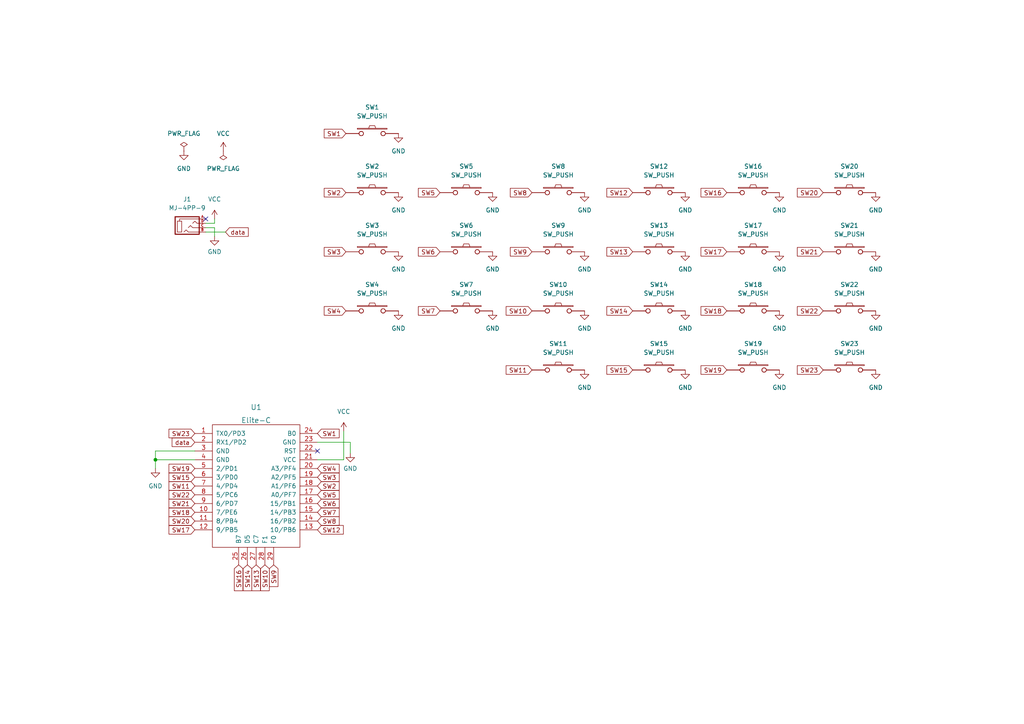
<source format=kicad_sch>
(kicad_sch (version 20211123) (generator eeschema)
  (paper "A4")
  (lib_symbols
    (symbol "escd-symbol:Elite-C" (pin_names (offset 1.016))
      (property "Reference" "U" (at 0 0 0))
      (property "Value" "Elite-C" (at 0 2.54 0))
      (symbol "Elite-C_0_1"
        (rectangle (start 12.7 -19.05) (end -12.7 16.51))
      )
      (symbol "Elite-C_1_1"
        (pin bidirectional line (at -17.78 13.97 0) (length 5.08) (name "TX0/PD3") (number "1"))
        (pin bidirectional line (at -17.78 -8.89 0) (length 5.08) (name "7/PE6") (number "10"))
        (pin bidirectional line (at -17.78 -11.43 0) (length 5.08) (name "8/PB4") (number "11"))
        (pin bidirectional line (at -17.78 -13.97 0) (length 5.08) (name "9/PB5") (number "12"))
        (pin bidirectional line (at 17.78 -13.97 180) (length 5.08) (name "10/PB6") (number "13"))
        (pin bidirectional line (at 17.78 -11.43 180) (length 5.08) (name "16/PB2") (number "14"))
        (pin bidirectional line (at 17.78 -8.89 180) (length 5.08) (name "14/PB3") (number "15"))
        (pin bidirectional line (at 17.78 -6.35 180) (length 5.08) (name "15/PB1") (number "16"))
        (pin bidirectional line (at 17.78 -3.81 180) (length 5.08) (name "A0/PF7") (number "17"))
        (pin bidirectional line (at 17.78 -1.27 180) (length 5.08) (name "A1/PF6") (number "18"))
        (pin bidirectional line (at 17.78 1.27 180) (length 5.08) (name "A2/PF5") (number "19"))
        (pin bidirectional line (at -17.78 11.43 0) (length 5.08) (name "RX1/PD2") (number "2"))
        (pin bidirectional line (at 17.78 3.81 180) (length 5.08) (name "A3/PF4") (number "20"))
        (pin power_in line (at 17.78 6.35 180) (length 5.08) (name "VCC") (number "21"))
        (pin input line (at 17.78 8.89 180) (length 5.08) (name "RST") (number "22"))
        (pin power_in line (at 17.78 11.43 180) (length 5.08) (name "GND") (number "23"))
        (pin bidirectional line (at 17.78 13.97 180) (length 5.08) (name "B0") (number "24"))
        (pin bidirectional line (at -5.08 -24.13 90) (length 5.08) (name "B7") (number "25"))
        (pin bidirectional line (at -2.54 -24.13 90) (length 5.08) (name "D5") (number "26"))
        (pin bidirectional line (at 0 -24.13 90) (length 5.08) (name "C7") (number "27"))
        (pin bidirectional line (at 2.54 -24.13 90) (length 5.08) (name "F1") (number "28"))
        (pin bidirectional line (at 5.08 -24.13 90) (length 5.08) (name "F0") (number "29"))
        (pin power_in line (at -17.78 8.89 0) (length 5.08) (name "GND") (number "3"))
        (pin power_in line (at -17.78 6.35 0) (length 5.08) (name "GND") (number "4"))
        (pin bidirectional line (at -17.78 3.81 0) (length 5.08) (name "2/PD1") (number "5"))
        (pin bidirectional line (at -17.78 1.27 0) (length 5.08) (name "3/PD0") (number "6"))
        (pin bidirectional line (at -17.78 -1.27 0) (length 5.08) (name "4/PD4") (number "7"))
        (pin bidirectional line (at -17.78 -3.81 0) (length 5.08) (name "5/PC6") (number "8"))
        (pin bidirectional line (at -17.78 -6.35 0) (length 5.08) (name "6/PD7") (number "9"))
      )
    )
    (symbol "kbd:MJ-4PP-9" (pin_names (offset 1.016))
      (property "Reference" "J" (at 0 3.81 0))
      (property "Value" "MJ-4PP-9" (at 0 -3.81 0))
      (symbol "MJ-4PP-9_0_1"
        (rectangle (start -1.905 -1.905) (end -3.175 1.27))
        (polyline (pts (xy -2.54 1.27) (xy -2.54 1.905) (xy 3.175 1.905)))
        (polyline (pts (xy -1.27 -1.905) (xy -0.635 -1.27) (xy 0 -1.905) (xy 3.175 -1.905)))
        (polyline (pts (xy 0 -0.635) (xy 0.635 0) (xy 1.27 -0.635) (xy 3.175 -0.635)))
        (polyline (pts (xy 1.27 0.635) (xy 1.905 1.27) (xy 2.54 0.635) (xy 3.175 0.635)))
        (rectangle (start 3.175 2.54) (end -3.81 -2.54) (stroke (width 0.3048)))
      )
      (symbol "MJ-4PP-9_1_1"
        (pin input line (at 5.08 1.905 180) (length 2.0066) (name "~") (number "A"))
        (pin input line (at 5.08 -1.905 180) (length 2.0066) (name "~") (number "B"))
        (pin input line (at 5.08 -0.635 180) (length 2.0066) (name "~") (number "C"))
        (pin input line (at 5.08 0.635 180) (length 2.0066) (name "~") (number "D"))
      )
    )
    (symbol "kbd:SW_PUSH" (pin_numbers hide) (pin_names (offset 1.016) hide)
      (property "Reference" "SW" (at 3.81 2.794 0))
      (property "Value" "SW_PUSH" (at 0 -2.032 0))
      (symbol "SW_PUSH_0_1"
        (rectangle (start -4.318 1.27) (end 4.318 1.524))
        (polyline (pts (xy -1.016 1.524) (xy -0.762 2.286) (xy 0.762 2.286) (xy 1.016 1.524)))
        (pin passive inverted (at -7.62 0 0) (length 5.08) (name "1") (number "1"))
        (pin passive inverted (at 7.62 0 180) (length 5.08) (name "2") (number "2"))
      )
    )
    (symbol "power:GND" (power) (pin_names (offset 0))
      (property "Value" "GND" (at 0 -3.81 0))
      (symbol "GND_0_1"
        (polyline (pts (xy 0 0) (xy 0 -1.27) (xy 1.27 -1.27) (xy 0 -2.54) (xy -1.27 -1.27) (xy 0 -1.27)))
      )
      (symbol "GND_1_1"
        (pin power_in line (at 0 0 270) (length 0) hide (name "GND") (number "1"))
      )
    )
    (symbol "power:PWR_FLAG" (power) (pin_numbers hide) (pin_names (offset 0) hide)
      (property "Value" "PWR_FLAG" (at 0 3.81 0))
      (symbol "PWR_FLAG_0_0"
        (pin power_out line (at 0 0 90) (length 0) (name "pwr") (number "1"))
      )
      (symbol "PWR_FLAG_0_1"
        (polyline (pts (xy 0 0) (xy 0 1.27) (xy -1.016 1.905) (xy 0 2.54) (xy 1.016 1.905) (xy 0 1.27)))
      )
    )
    (symbol "power:VCC" (power) (pin_names (offset 0))
      (property "Value" "VCC" (at 0 3.81 0))
      (symbol "VCC_0_1"
        (polyline (pts (xy -0.762 1.27) (xy 0 2.54)))
        (polyline (pts (xy 0 0) (xy 0 2.54)))
        (polyline (pts (xy 0 2.54) (xy 0.762 1.27)))
      )
      (symbol "VCC_1_1"
        (pin power_in line (at 0 0 90) (length 0) hide (name "VCC") (number "1"))
      )
    )
  )
  (junction (at 45.085 133.35))
  (no_connect (at 92.075 130.81))
  (no_connect (at 59.69 63.5))
  (wire (pts (xy 59.69 67.31) (xy 65.405 67.31)))
  (wire (pts (xy 101.6 128.27) (xy 101.6 131.445)))
  (wire (pts (xy 62.23 66.04) (xy 62.23 68.58)))
  (wire (pts (xy 99.695 125.095) (xy 99.695 133.35)))
  (wire (pts (xy 45.085 133.35) (xy 45.085 135.89)))
  (wire (pts (xy 59.69 64.77) (xy 62.23 64.77)))
  (wire (pts (xy 62.23 63.5) (xy 62.23 64.77)))
  (wire (pts (xy 59.69 66.04) (xy 62.23 66.04)))
  (wire (pts (xy 45.085 133.35) (xy 56.515 133.35)))
  (wire (pts (xy 45.085 130.81) (xy 56.515 130.81)))
  (wire (pts (xy 45.085 130.81) (xy 45.085 133.35)))
  (wire (pts (xy 92.075 128.27) (xy 101.6 128.27)))
  (wire (pts (xy 92.075 133.35) (xy 99.695 133.35)))
  (global_label "SW20" (shape input) (at 56.515 151.13 180) (property "Intersheet References" "${INTERSHEET_REFS}" (effects hide)))
  (global_label "SW1" (shape input) (at 100.33 38.735 180) (property "Intersheet References" "${INTERSHEET_REFS}" (effects hide)))
  (global_label "SW2" (shape input) (at 92.075 140.97 0) (property "Intersheet References" "${INTERSHEET_REFS}" (effects hide)))
  (global_label "SW2" (shape input) (at 100.33 55.88 180) (property "Intersheet References" "${INTERSHEET_REFS}" (effects hide)))
  (global_label "SW6" (shape input) (at 127.635 73.025 180) (property "Intersheet References" "${INTERSHEET_REFS}" (effects hide)))
  (global_label "SW5" (shape input) (at 92.075 143.51 0) (property "Intersheet References" "${INTERSHEET_REFS}" (effects hide)))
  (global_label "SW12" (shape input) (at 183.515 55.88 180) (property "Intersheet References" "${INTERSHEET_REFS}" (effects hide)))
  (global_label "SW22" (shape input) (at 238.76 90.17 180) (property "Intersheet References" "${INTERSHEET_REFS}" (effects hide)))
  (global_label "SW10" (shape input) (at 154.305 90.17 180) (property "Intersheet References" "${INTERSHEET_REFS}" (effects hide)))
  (global_label "SW5" (shape input) (at 127.635 55.88 180) (property "Intersheet References" "${INTERSHEET_REFS}" (effects hide)))
  (global_label "SW19" (shape input) (at 56.515 135.89 180) (property "Intersheet References" "${INTERSHEET_REFS}" (effects hide)))
  (global_label "SW9" (shape input) (at 154.305 73.025 180) (property "Intersheet References" "${INTERSHEET_REFS}" (effects hide)))
  (global_label "SW23" (shape input) (at 56.515 125.73 180) (property "Intersheet References" "${INTERSHEET_REFS}" (effects hide)))
  (global_label "SW21" (shape input) (at 56.515 146.05 180) (property "Intersheet References" "${INTERSHEET_REFS}" (effects hide)))
  (global_label "SW18" (shape input) (at 210.82 90.17 180) (property "Intersheet References" "${INTERSHEET_REFS}" (effects hide)))
  (global_label "SW13" (shape input) (at 74.295 163.83 270) (property "Intersheet References" "${INTERSHEET_REFS}" (effects hide)))
  (global_label "SW15" (shape input) (at 56.515 138.43 180) (property "Intersheet References" "${INTERSHEET_REFS}" (effects hide)))
  (global_label "SW8" (shape input) (at 154.305 55.88 180) (property "Intersheet References" "${INTERSHEET_REFS}" (effects hide)))
  (global_label "SW7" (shape input) (at 127.635 90.17 180) (property "Intersheet References" "${INTERSHEET_REFS}" (effects hide)))
  (global_label "SW15" (shape input) (at 183.515 107.315 180) (property "Intersheet References" "${INTERSHEET_REFS}" (effects hide)))
  (global_label "SW11" (shape input) (at 154.305 107.315 180) (property "Intersheet References" "${INTERSHEET_REFS}" (effects hide)))
  (global_label "SW1" (shape input) (at 92.075 125.73 0) (property "Intersheet References" "${INTERSHEET_REFS}" (effects hide)))
  (global_label "SW17" (shape input) (at 56.515 153.67 180) (property "Intersheet References" "${INTERSHEET_REFS}" (effects hide)))
  (global_label "SW20" (shape input) (at 238.76 55.88 180) (property "Intersheet References" "${INTERSHEET_REFS}" (effects hide)))
  (global_label "SW13" (shape input) (at 183.515 73.025 180) (property "Intersheet References" "${INTERSHEET_REFS}" (effects hide)))
  (global_label "SW23" (shape input) (at 238.76 107.315 180) (property "Intersheet References" "${INTERSHEET_REFS}" (effects hide)))
  (global_label "SW18" (shape input) (at 56.515 148.59 180) (property "Intersheet References" "${INTERSHEET_REFS}" (effects hide)))
  (global_label "SW22" (shape input) (at 56.515 143.51 180) (property "Intersheet References" "${INTERSHEET_REFS}" (effects hide)))
  (global_label "data" (shape input) (at 65.405 67.31 0) (property "Intersheet References" "${INTERSHEET_REFS}" (effects hide)))
  (global_label "SW3" (shape input) (at 100.33 73.025 180) (property "Intersheet References" "${INTERSHEET_REFS}" (effects hide)))
  (global_label "SW3" (shape input) (at 92.075 138.43 0) (property "Intersheet References" "${INTERSHEET_REFS}" (effects hide)))
  (global_label "SW21" (shape input) (at 238.76 73.025 180) (property "Intersheet References" "${INTERSHEET_REFS}" (effects hide)))
  (global_label "SW16" (shape input) (at 210.82 55.88 180) (property "Intersheet References" "${INTERSHEET_REFS}" (effects hide)))
  (global_label "SW16" (shape input) (at 69.215 163.83 270) (property "Intersheet References" "${INTERSHEET_REFS}" (effects hide)))
  (global_label "SW7" (shape input) (at 92.075 148.59 0) (property "Intersheet References" "${INTERSHEET_REFS}" (effects hide)))
  (global_label "SW17" (shape input) (at 210.82 73.025 180) (property "Intersheet References" "${INTERSHEET_REFS}" (effects hide)))
  (global_label "SW19" (shape input) (at 210.82 107.315 180) (property "Intersheet References" "${INTERSHEET_REFS}" (effects hide)))
  (global_label "SW12" (shape input) (at 92.075 153.67 0) (property "Intersheet References" "${INTERSHEET_REFS}" (effects hide)))
  (global_label "SW9" (shape input) (at 79.375 163.83 270) (property "Intersheet References" "${INTERSHEET_REFS}" (effects hide)))
  (global_label "SW14" (shape input) (at 71.755 163.83 270) (property "Intersheet References" "${INTERSHEET_REFS}" (effects hide)))
  (global_label "data" (shape input) (at 56.515 128.27 180) (property "Intersheet References" "${INTERSHEET_REFS}" (effects hide)))
  (global_label "SW4" (shape input) (at 100.33 90.17 180) (property "Intersheet References" "${INTERSHEET_REFS}" (effects hide)))
  (global_label "SW11" (shape input) (at 56.515 140.97 180) (property "Intersheet References" "${INTERSHEET_REFS}" (effects hide)))
  (global_label "SW8" (shape input) (at 92.075 151.13 0) (property "Intersheet References" "${INTERSHEET_REFS}" (effects hide)))
  (global_label "SW6" (shape input) (at 92.075 146.05 0) (property "Intersheet References" "${INTERSHEET_REFS}" (effects hide)))
  (global_label "SW4" (shape input) (at 92.075 135.89 0) (property "Intersheet References" "${INTERSHEET_REFS}" (effects hide)))
  (global_label "SW14" (shape input) (at 183.515 90.17 180) (property "Intersheet References" "${INTERSHEET_REFS}" (effects hide)))
  (global_label "SW10" (shape input) (at 76.835 163.83 270) (property "Intersheet References" "${INTERSHEET_REFS}" (effects hide)))
  (symbol (lib_id "power:GND") (at 142.875 90.17 0) (unit 1)
    (property "Reference" "#PWR0113" (effects hide))
    (property "Value" "GND" (at 142.875 95.25 0))
  )
  (symbol (lib_id "kbd:SW_PUSH") (at 246.38 90.17 0) (unit 1)
    (property "Reference" "SW22" (at 246.38 82.55 0))
    (property "Value" "SW_PUSH" (at 246.38 85.09 0))
    (property "Footprint" "escd-footprint:Cherry-MX-Low-Profile" (effects hide))
  )
  (symbol (lib_id "kbd:SW_PUSH") (at 161.925 90.17 0) (unit 1)
    (property "Reference" "SW10" (at 161.925 82.55 0))
    (property "Value" "SW_PUSH" (at 161.925 85.09 0))
    (property "Footprint" "escd-footprint:Cherry-MX-Low-Profile" (effects hide))
  )
  (symbol (lib_id "kbd:SW_PUSH") (at 218.44 73.025 0) (unit 1)
    (property "Reference" "SW17" (at 218.44 65.405 0))
    (property "Value" "SW_PUSH" (at 218.44 67.945 0))
    (property "Footprint" "escd-footprint:Cherry-MX-Low-Profile" (effects hide))
  )
  (symbol (lib_id "power:GND") (at 169.545 107.315 0) (unit 1)
    (property "Reference" "#PWR0123" (effects hide))
    (property "Value" "GND" (at 169.545 112.395 0))
  )
  (symbol (lib_id "power:GND") (at 101.6 131.445 0) (unit 1)
    (property "Reference" "#PWR0101" (effects hide))
    (property "Value" "GND" (at 101.6 135.89 0))
  )
  (symbol (lib_id "power:GND") (at 115.57 55.88 0) (unit 1)
    (property "Reference" "#PWR0109" (effects hide))
    (property "Value" "GND" (at 115.57 60.96 0))
  )
  (symbol (lib_id "escd-symbol:Elite-C") (at 74.295 139.7 0) (unit 1)
    (property "Reference" "U1" (at 74.295 118.11 0) (effects (font (size 1.524 1.524))))
    (property "Value" "Elite-C" (at 74.295 121.92 0) (effects (font (size 1.524 1.524))))
    (property "Footprint" "escd-footprint:Elite-C-castellated-29pin" (effects hide))
  )
  (symbol (lib_id "kbd:SW_PUSH") (at 246.38 73.025 0) (unit 1)
    (property "Reference" "SW21" (at 246.38 65.405 0))
    (property "Value" "SW_PUSH" (at 246.38 67.945 0))
    (property "Footprint" "escd-footprint:Cherry-MX-Low-Profile" (effects hide))
  )
  (symbol (lib_id "power:GND") (at 254 107.315 0) (unit 1)
    (property "Reference" "#PWR0117" (effects hide))
    (property "Value" "GND" (at 254 112.395 0))
  )
  (symbol (lib_id "power:GND") (at 226.06 107.315 0) (unit 1)
    (property "Reference" "#PWR0130" (effects hide))
    (property "Value" "GND" (at 226.06 112.395 0))
  )
  (symbol (lib_id "power:GND") (at 198.755 55.88 0) (unit 1)
    (property "Reference" "#PWR0125" (effects hide))
    (property "Value" "GND" (at 198.755 60.96 0))
  )
  (symbol (lib_id "power:GND") (at 169.545 73.025 0) (unit 1)
    (property "Reference" "#PWR0121" (effects hide))
    (property "Value" "GND" (at 169.545 78.105 0))
  )
  (symbol (lib_id "power:VCC") (at 62.23 63.5 0) (unit 1)
    (property "Reference" "#PWR0105" (effects hide))
    (property "Value" "VCC" (at 62.23 57.785 0))
  )
  (symbol (lib_id "kbd:SW_PUSH") (at 135.255 73.025 0) (unit 1)
    (property "Reference" "SW6" (at 135.255 65.405 0))
    (property "Value" "SW_PUSH" (at 135.255 67.945 0))
    (property "Footprint" "escd-footprint:Cherry-MX-Low-Profile" (effects hide))
  )
  (symbol (lib_id "kbd:SW_PUSH") (at 135.255 90.17 0) (unit 1)
    (property "Reference" "SW7" (at 135.255 82.55 0))
    (property "Value" "SW_PUSH" (at 135.255 85.09 0))
    (property "Footprint" "escd-footprint:Cherry-MX-Low-Profile" (effects hide))
  )
  (symbol (lib_id "power:GND") (at 142.875 55.88 0) (unit 1)
    (property "Reference" "#PWR0108" (effects hide))
    (property "Value" "GND" (at 142.875 60.96 0))
  )
  (symbol (lib_id "power:GND") (at 254 73.025 0) (unit 1)
    (property "Reference" "#PWR0128" (effects hide))
    (property "Value" "GND" (at 254 78.105 0))
  )
  (symbol (lib_id "power:GND") (at 169.545 90.17 0) (unit 1)
    (property "Reference" "#PWR0124" (effects hide))
    (property "Value" "GND" (at 169.545 95.25 0))
  )
  (symbol (lib_id "kbd:SW_PUSH") (at 107.95 90.17 0) (unit 1)
    (property "Reference" "SW4" (at 107.95 82.55 0))
    (property "Value" "SW_PUSH" (at 107.95 85.09 0))
    (property "Footprint" "escd-footprint:Cherry-MX-Low-Profile" (effects hide))
  )
  (symbol (lib_id "kbd:SW_PUSH") (at 218.44 107.315 0) (unit 1)
    (property "Reference" "SW19" (at 218.44 99.695 0))
    (property "Value" "SW_PUSH" (at 218.44 102.235 0))
    (property "Footprint" "escd-footprint:Cherry-MX-Low-Profile" (effects hide))
  )
  (symbol (lib_id "kbd:SW_PUSH") (at 191.135 73.025 0) (unit 1)
    (property "Reference" "SW13" (at 191.135 65.405 0))
    (property "Value" "SW_PUSH" (at 191.135 67.945 0))
    (property "Footprint" "escd-footprint:Cherry-MX-Low-Profile" (effects hide))
  )
  (symbol (lib_id "power:GND") (at 226.06 55.88 0) (unit 1)
    (property "Reference" "#PWR0120" (effects hide))
    (property "Value" "GND" (at 226.06 60.96 0))
  )
  (symbol (lib_id "kbd:SW_PUSH") (at 161.925 107.315 0) (unit 1)
    (property "Reference" "SW11" (at 161.925 99.695 0))
    (property "Value" "SW_PUSH" (at 161.925 102.235 0))
    (property "Footprint" "escd-footprint:Cherry-MX-Low-Profile" (effects hide))
  )
  (symbol (lib_id "kbd:SW_PUSH") (at 107.95 73.025 0) (unit 1)
    (property "Reference" "SW3" (at 107.95 65.405 0))
    (property "Value" "SW_PUSH" (at 107.95 67.945 0))
    (property "Footprint" "escd-footprint:Cherry-MX-Low-Profile" (effects hide))
  )
  (symbol (lib_id "power:GND") (at 198.755 107.315 0) (unit 1)
    (property "Reference" "#PWR0115" (effects hide))
    (property "Value" "GND" (at 198.755 112.395 0))
  )
  (symbol (lib_id "kbd:SW_PUSH") (at 246.38 55.88 0) (unit 1)
    (property "Reference" "SW20" (at 246.38 48.26 0))
    (property "Value" "SW_PUSH" (at 246.38 50.8 0))
    (property "Footprint" "escd-footprint:Cherry-MX-Low-Profile" (effects hide))
  )
  (symbol (lib_id "kbd:SW_PUSH") (at 135.255 55.88 0) (unit 1)
    (property "Reference" "SW5" (at 135.255 48.26 0))
    (property "Value" "SW_PUSH" (at 135.255 50.8 0))
    (property "Footprint" "escd-footprint:Cherry-MX-Low-Profile" (effects hide))
  )
  (symbol (lib_id "kbd:SW_PUSH") (at 246.38 107.315 0) (unit 1)
    (property "Reference" "SW23" (at 246.38 99.695 0))
    (property "Value" "SW_PUSH" (at 246.38 102.235 0))
    (property "Footprint" "escd-footprint:Cherry-MX-Low-Profile-u1.5-vertical" (effects hide))
  )
  (symbol (lib_id "power:GND") (at 254 55.88 0) (unit 1)
    (property "Reference" "#PWR0127" (effects hide))
    (property "Value" "GND" (at 254 60.96 0))
  )
  (symbol (lib_id "kbd:SW_PUSH") (at 107.95 55.88 0) (unit 1)
    (property "Reference" "SW2" (at 107.95 48.26 0))
    (property "Value" "SW_PUSH" (at 107.95 50.8 0))
    (property "Footprint" "escd-footprint:Cherry-MX-Low-Profile" (effects hide))
  )
  (symbol (lib_id "power:GND") (at 53.34 43.815 0) (unit 1)
    (property "Reference" "#PWR0107" (effects hide))
    (property "Value" "GND" (at 53.34 48.895 0))
  )
  (symbol (lib_id "kbd:MJ-4PP-9") (at 54.61 65.405 0) (unit 1)
    (property "Reference" "J1" (at 54.2925 57.785 0))
    (property "Value" "MJ-4PP-9" (at 54.2925 60.325 0))
    (property "Footprint" "escd-footprint:MJ-4PP-9" (effects hide))
  )
  (symbol (lib_id "power:PWR_FLAG") (at 53.34 43.815 0) (unit 1)
    (property "Reference" "#FLG0102" (effects hide))
    (property "Value" "PWR_FLAG" (at 53.34 38.735 0))
  )
  (symbol (lib_id "power:VCC") (at 64.77 43.815 0) (unit 1)
    (property "Reference" "#PWR0104" (effects hide))
    (property "Value" "VCC" (at 64.77 38.735 0))
  )
  (symbol (lib_id "kbd:SW_PUSH") (at 161.925 73.025 0) (unit 1)
    (property "Reference" "SW9" (at 161.925 65.405 0))
    (property "Value" "SW_PUSH" (at 161.925 67.945 0))
    (property "Footprint" "escd-footprint:Cherry-MX-Low-Profile" (effects hide))
  )
  (symbol (lib_id "power:GND") (at 142.875 73.025 0) (unit 1)
    (property "Reference" "#PWR0114" (effects hide))
    (property "Value" "GND" (at 142.875 78.105 0))
  )
  (symbol (lib_id "kbd:SW_PUSH") (at 191.135 107.315 0) (unit 1)
    (property "Reference" "SW15" (at 191.135 99.695 0))
    (property "Value" "SW_PUSH" (at 191.135 102.235 0))
    (property "Footprint" "escd-footprint:Cherry-MX-Low-Profile" (effects hide))
  )
  (symbol (lib_id "power:GND") (at 226.06 73.025 0) (unit 1)
    (property "Reference" "#PWR0119" (effects hide))
    (property "Value" "GND" (at 226.06 78.105 0))
  )
  (symbol (lib_id "kbd:SW_PUSH") (at 161.925 55.88 0) (unit 1)
    (property "Reference" "SW8" (at 161.925 48.26 0))
    (property "Value" "SW_PUSH" (at 161.925 50.8 0))
    (property "Footprint" "escd-footprint:Cherry-MX-Low-Profile" (effects hide))
  )
  (symbol (lib_id "kbd:SW_PUSH") (at 218.44 55.88 0) (unit 1)
    (property "Reference" "SW16" (at 218.44 48.26 0))
    (property "Value" "SW_PUSH" (at 218.44 50.8 0))
    (property "Footprint" "escd-footprint:Cherry-MX-Low-Profile" (effects hide))
  )
  (symbol (lib_id "power:GND") (at 226.06 90.17 0) (unit 1)
    (property "Reference" "#PWR0129" (effects hide))
    (property "Value" "GND" (at 226.06 95.25 0))
  )
  (symbol (lib_id "power:GND") (at 198.755 90.17 0) (unit 1)
    (property "Reference" "#PWR0116" (effects hide))
    (property "Value" "GND" (at 198.755 95.25 0))
  )
  (symbol (lib_id "power:GND") (at 45.085 135.89 0) (unit 1)
    (property "Reference" "#PWR0102" (effects hide))
    (property "Value" "GND" (at 45.085 140.97 0))
  )
  (symbol (lib_id "kbd:SW_PUSH") (at 218.44 90.17 0) (unit 1)
    (property "Reference" "SW18" (at 218.44 82.55 0))
    (property "Value" "SW_PUSH" (at 218.44 85.09 0))
    (property "Footprint" "escd-footprint:Cherry-MX-Low-Profile" (effects hide))
  )
  (symbol (lib_id "power:PWR_FLAG") (at 64.77 43.815 0) (mirror x) (unit 1)
    (property "Reference" "#FLG0101" (effects hide))
    (property "Value" "PWR_FLAG" (at 64.77 48.895 0))
  )
  (symbol (lib_id "power:GND") (at 169.545 55.88 0) (unit 1)
    (property "Reference" "#PWR0122" (effects hide))
    (property "Value" "GND" (at 169.545 60.96 0))
  )
  (symbol (lib_id "power:GND") (at 115.57 38.735 0) (unit 1)
    (property "Reference" "#PWR0110" (effects hide))
    (property "Value" "GND" (at 115.57 43.815 0))
  )
  (symbol (lib_id "kbd:SW_PUSH") (at 191.135 90.17 0) (unit 1)
    (property "Reference" "SW14" (at 191.135 82.55 0))
    (property "Value" "SW_PUSH" (at 191.135 85.09 0))
    (property "Footprint" "escd-footprint:Cherry-MX-Low-Profile" (effects hide))
  )
  (symbol (lib_id "power:GND") (at 115.57 90.17 0) (unit 1)
    (property "Reference" "#PWR0112" (effects hide))
    (property "Value" "GND" (at 115.57 95.25 0))
  )
  (symbol (lib_id "kbd:SW_PUSH") (at 107.95 38.735 0) (unit 1)
    (property "Reference" "SW1" (at 107.95 31.115 0))
    (property "Value" "SW_PUSH" (at 107.95 33.655 0))
    (property "Footprint" "escd-footprint:Cherry-MX-Low-Profile-u1.5" (effects hide))
  )
  (symbol (lib_id "power:GND") (at 198.755 73.025 0) (unit 1)
    (property "Reference" "#PWR0126" (effects hide))
    (property "Value" "GND" (at 198.755 78.105 0))
  )
  (symbol (lib_id "kbd:SW_PUSH") (at 191.135 55.88 0) (unit 1)
    (property "Reference" "SW12" (at 191.135 48.26 0))
    (property "Value" "SW_PUSH" (at 191.135 50.8 0))
    (property "Footprint" "escd-footprint:Cherry-MX-Low-Profile" (effects hide))
  )
  (symbol (lib_id "power:GND") (at 62.23 68.58 0) (unit 1)
    (property "Reference" "#PWR0106" (effects hide))
    (property "Value" "GND" (at 62.23 73.025 0))
  )
  (symbol (lib_id "power:GND") (at 254 90.17 0) (unit 1)
    (property "Reference" "#PWR0118" (effects hide))
    (property "Value" "GND" (at 254 95.25 0))
  )
  (symbol (lib_id "power:VCC") (at 99.695 125.095 0) (unit 1)
    (property "Reference" "#PWR0103" (effects hide))
    (property "Value" "VCC" (at 99.695 119.38 0))
  )
  (symbol (lib_id "power:GND") (at 115.57 73.025 0) (unit 1)
    (property "Reference" "#PWR0111" (effects hide))
    (property "Value" "GND" (at 115.57 78.105 0))
  )
)
</source>
